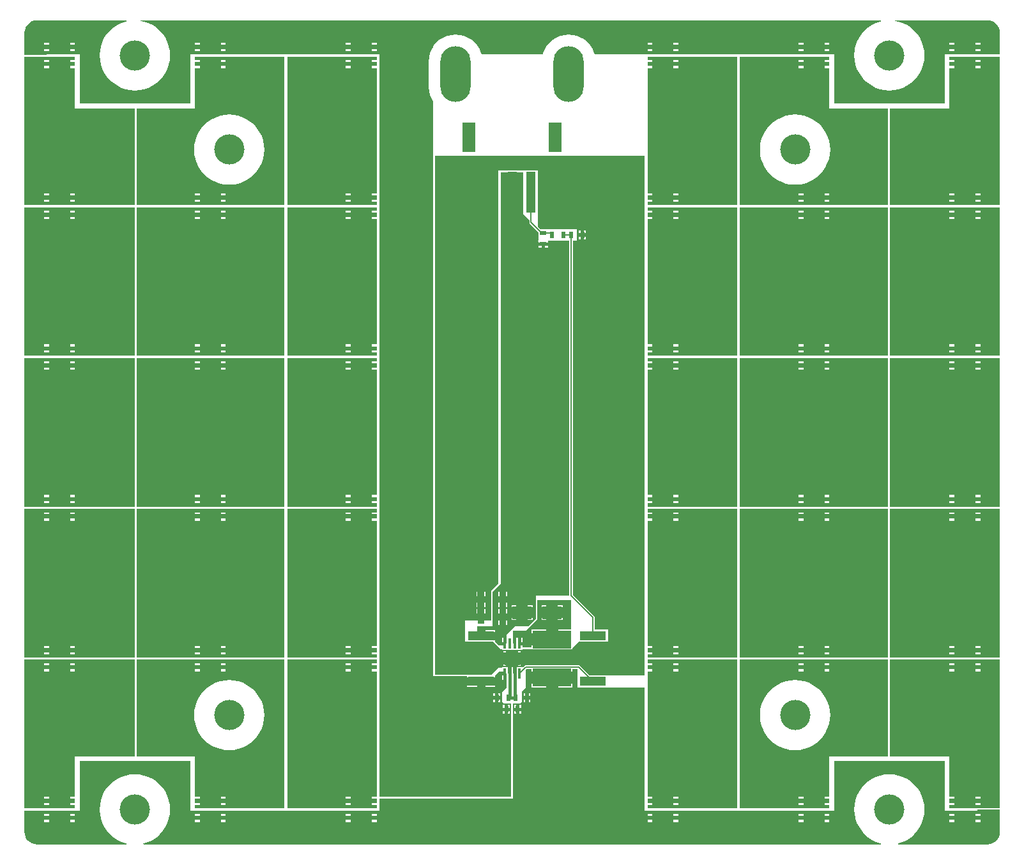
<source format=gtl>
%FSLAX25Y25*%
%MOIN*%
G70*
G01*
G75*
G04 Layer_Physical_Order=1*
G04 Layer_Color=255*
%ADD10R,0.13386X0.04724*%
%ADD11R,0.03543X0.02362*%
%ADD12R,0.03543X0.07087*%
%ADD13R,0.02362X0.03543*%
%ADD14R,0.09843X0.06693*%
%ADD15R,0.20079X0.09252*%
%ADD16R,0.11024X0.04921*%
%ADD17R,0.01378X0.02165*%
%ADD18R,0.01772X0.05315*%
%ADD19R,0.07874X0.06693*%
%ADD20R,0.07087X0.15354*%
%ADD21R,0.05118X0.21654*%
%ADD22C,0.00591*%
%ADD23C,0.01772*%
%ADD24C,0.01181*%
%ADD25C,0.15748*%
%ADD26O,0.15748X0.29134*%
G36*
X-70670Y115748D02*
X-73228D01*
Y114764D01*
X-70670D01*
Y112598D01*
X-73228D01*
Y111417D01*
X-70670D01*
Y46063D01*
X-73228D01*
Y44882D01*
X-70670D01*
Y42717D01*
X-73228D01*
Y41732D01*
X-70670D01*
Y39961D01*
X-72047D01*
Y39961D01*
X-85433D01*
Y39961D01*
X-117323D01*
Y117520D01*
X-70670D01*
Y115748D01*
D02*
G37*
G36*
X254501Y39960D02*
X242913D01*
Y39961D01*
X229528D01*
Y39960D01*
X197039D01*
Y111810D01*
Y117519D01*
X254501D01*
Y39960D01*
D02*
G37*
G36*
X-118898Y115551D02*
Y39961D01*
X-196063D01*
Y114764D01*
Y117520D01*
X-118898D01*
Y115551D01*
D02*
G37*
G36*
X117323Y39961D02*
X85433D01*
Y39961D01*
X72047D01*
Y39961D01*
X70670D01*
Y41732D01*
X73228D01*
Y42717D01*
X70670D01*
Y44882D01*
X73228D01*
Y46063D01*
X70670D01*
Y111417D01*
X73228D01*
Y112598D01*
X70670D01*
Y114764D01*
X73228D01*
Y115748D01*
X70670D01*
Y117520D01*
X117323D01*
Y39961D01*
D02*
G37*
G36*
X-118898Y36811D02*
Y-38780D01*
X-196063D01*
Y36024D01*
Y38780D01*
X-164173D01*
Y38780D01*
X-150787D01*
Y38780D01*
X-118898D01*
Y36811D01*
D02*
G37*
G36*
X117323Y-38780D02*
X85433D01*
Y-38780D01*
X72047D01*
Y-38780D01*
X70670D01*
Y-37008D01*
X73228D01*
Y-36024D01*
X70670D01*
Y-33858D01*
X73228D01*
Y-32677D01*
X70670D01*
Y32677D01*
X73228D01*
Y33858D01*
X70670D01*
Y36024D01*
X73228D01*
Y37008D01*
X70670D01*
Y38779D01*
X117323D01*
Y-38780D01*
D02*
G37*
G36*
X-197039Y111810D02*
Y39960D01*
X-229528D01*
Y39961D01*
X-242913D01*
Y39960D01*
X-254501D01*
Y117519D01*
X-197039D01*
Y111810D01*
D02*
G37*
G36*
X196063Y36024D02*
Y-38780D01*
X118898D01*
Y36811D01*
Y38780D01*
X150787D01*
Y38780D01*
X164173D01*
Y38780D01*
X196063D01*
Y36024D01*
D02*
G37*
G36*
X165551Y194488D02*
X162992D01*
Y193504D01*
X165551D01*
Y191339D01*
X162992D01*
Y190157D01*
X165551D01*
Y169193D01*
X196063D01*
Y118701D01*
X118898D01*
Y196260D01*
X165551D01*
Y194488D01*
D02*
G37*
G36*
X117323Y118701D02*
X70670D01*
Y120472D01*
X73228D01*
Y121457D01*
X70670D01*
Y123622D01*
X73228D01*
Y124803D01*
X70670D01*
Y190157D01*
X73228D01*
Y191339D01*
X70670D01*
Y193504D01*
X73228D01*
Y194488D01*
X70670D01*
Y196260D01*
X117323D01*
Y118701D01*
D02*
G37*
G36*
X249295Y215014D02*
X250510Y214646D01*
X251630Y214047D01*
X252612Y213242D01*
X253417Y212260D01*
X254016Y211140D01*
X254384Y209925D01*
X254506Y208689D01*
X254501Y208661D01*
Y197441D01*
X225689D01*
Y171653D01*
X168012D01*
Y197441D01*
X43003D01*
X42861Y198033D01*
X42358Y199248D01*
X42019Y200066D01*
X40870Y201941D01*
X39441Y203614D01*
X37768Y205043D01*
X36622Y205745D01*
X35892Y206192D01*
X33860Y207034D01*
X31721Y207548D01*
X29528Y207720D01*
X27334Y207548D01*
X25195Y207034D01*
X23163Y206192D01*
X22433Y205745D01*
X21287Y205043D01*
X19614Y203614D01*
X18185Y201941D01*
X17036Y200066D01*
X16194Y198033D01*
X16052Y197441D01*
X-16052D01*
X-16194Y198033D01*
X-17036Y200066D01*
X-18185Y201941D01*
X-19614Y203614D01*
X-21287Y205043D01*
X-22433Y205745D01*
X-23163Y206192D01*
X-25195Y207034D01*
X-27334Y207548D01*
X-29528Y207720D01*
X-31721Y207548D01*
X-33860Y207034D01*
X-35892Y206192D01*
X-36622Y205745D01*
X-37768Y205043D01*
X-39441Y203614D01*
X-40870Y201941D01*
X-41339Y201176D01*
X-42019Y200066D01*
X-42861Y198033D01*
X-43374Y195894D01*
X-43547Y193701D01*
Y180315D01*
X-43374Y178122D01*
X-42861Y175983D01*
X-42019Y173950D01*
X-41339Y172840D01*
Y-127165D01*
X-40472D01*
X-40354Y-127214D01*
X-23425D01*
Y-127756D01*
X-8858D01*
Y-126969D01*
Y-126969D01*
X-6890Y-125000D01*
X-5315D01*
Y-125000D01*
X-3838D01*
Y-125885D01*
X-2953D01*
Y-129134D01*
X-2953D01*
Y-133268D01*
X-5217Y-135531D01*
X-5217Y-140650D01*
X-4232Y-141634D01*
X-591D01*
Y-147736D01*
Y-190256D01*
X-69193D01*
Y-147736D01*
Y197441D01*
X-168012D01*
Y171653D01*
X-225689D01*
Y197441D01*
X-242913D01*
Y197047D01*
X-254501D01*
Y197441D01*
Y208661D01*
X-254506Y208689D01*
X-254384Y209925D01*
X-254016Y211140D01*
X-253417Y212260D01*
X-252612Y213242D01*
X-251630Y214047D01*
X-250510Y214646D01*
X-249295Y215014D01*
X-248059Y215136D01*
X-248031Y215130D01*
X-201340D01*
X-201291Y214633D01*
X-201599Y214572D01*
X-203871Y213800D01*
X-206024Y212739D01*
X-208019Y211405D01*
X-209823Y209823D01*
X-211405Y208019D01*
X-212739Y206024D01*
X-213800Y203871D01*
X-214572Y201599D01*
X-215040Y199245D01*
X-215158Y197441D01*
X-215197Y196850D01*
X-215040Y194456D01*
X-214572Y192102D01*
X-213800Y189830D01*
X-212739Y187677D01*
X-211405Y185682D01*
X-209823Y183878D01*
X-208019Y182295D01*
X-206024Y180962D01*
X-203871Y179901D01*
X-201599Y179129D01*
X-199245Y178661D01*
X-196850Y178504D01*
X-194456Y178661D01*
X-192102Y179129D01*
X-189830Y179901D01*
X-187677Y180962D01*
X-185682Y182295D01*
X-183878Y183878D01*
X-182295Y185682D01*
X-180962Y187677D01*
X-179901Y189830D01*
X-179129Y192102D01*
X-178661Y194456D01*
X-178504Y196850D01*
X-178543Y197441D01*
X-178661Y199245D01*
X-179129Y201599D01*
X-179901Y203871D01*
X-180962Y206024D01*
X-182295Y208019D01*
X-183878Y209823D01*
X-185682Y211405D01*
X-187677Y212739D01*
X-189830Y213800D01*
X-192102Y214572D01*
X-194456Y215040D01*
X-194453Y215130D01*
X192361D01*
X192410Y214633D01*
X192102Y214572D01*
X189830Y213800D01*
X187677Y212739D01*
X185682Y211405D01*
X183878Y209823D01*
X182295Y208019D01*
X180962Y206024D01*
X179901Y203871D01*
X179129Y201599D01*
X179079Y201349D01*
X178901Y200450D01*
X178661Y199245D01*
X178543Y197441D01*
X178504Y196850D01*
X178661Y194456D01*
X179129Y192102D01*
X179901Y189830D01*
X180962Y187677D01*
X182295Y185682D01*
X183878Y183878D01*
X185682Y182295D01*
X187677Y180962D01*
X189830Y179901D01*
X192102Y179129D01*
X194456Y178661D01*
X196850Y178504D01*
X199245Y178661D01*
X201599Y179129D01*
X203871Y179901D01*
X206024Y180962D01*
X208019Y182295D01*
X209823Y183878D01*
X211405Y185682D01*
X212739Y187677D01*
X213800Y189830D01*
X214572Y192102D01*
X215040Y194456D01*
X215197Y196850D01*
X215158Y197441D01*
X215040Y199245D01*
X214572Y201599D01*
X213800Y203871D01*
X212739Y206024D01*
X211405Y208019D01*
X209823Y209823D01*
X208019Y211405D01*
X206024Y212739D01*
X203871Y213800D01*
X201599Y214572D01*
X199245Y215040D01*
X199248Y215130D01*
X248031D01*
X248059Y215136D01*
X249295Y215014D01*
D02*
G37*
G36*
X254501Y118701D02*
X197047D01*
Y169193D01*
X228150D01*
Y190157D01*
X230709D01*
Y191339D01*
X228150D01*
Y193504D01*
X230709D01*
Y194488D01*
X228150D01*
Y196260D01*
X254501D01*
Y118701D01*
D02*
G37*
G36*
X-228150Y194488D02*
X-230709D01*
Y193504D01*
X-228150D01*
Y191339D01*
X-230709D01*
Y190157D01*
X-228150D01*
Y169193D01*
X-197047D01*
Y118701D01*
X-254501D01*
Y196260D01*
X-228150D01*
Y194488D01*
D02*
G37*
G36*
X196063Y114764D02*
Y39961D01*
X118898D01*
Y115551D01*
Y117520D01*
X196063D01*
Y114764D01*
D02*
G37*
G36*
X-70670Y194488D02*
X-73228D01*
Y193504D01*
X-70670D01*
Y191339D01*
X-73228D01*
Y190157D01*
X-70670D01*
Y124803D01*
X-73228D01*
Y123622D01*
X-70670D01*
Y121457D01*
X-73228D01*
Y120472D01*
X-70670D01*
Y118701D01*
X-117323D01*
Y196260D01*
X-70670D01*
Y194488D01*
D02*
G37*
G36*
X-118898Y118701D02*
X-196063D01*
Y169193D01*
X-165551D01*
Y190157D01*
X-162992D01*
Y191339D01*
X-165551D01*
Y193504D01*
X-162992D01*
Y194488D01*
X-165551D01*
Y196260D01*
X-118898D01*
Y118701D01*
D02*
G37*
G36*
X-70670Y37008D02*
X-73228D01*
Y36024D01*
X-70670D01*
Y33858D01*
X-73228D01*
Y32677D01*
X-70670D01*
Y-32677D01*
X-73228D01*
Y-33858D01*
X-70670D01*
Y-36024D01*
X-73228D01*
Y-37008D01*
X-70670D01*
Y-38780D01*
X-72047D01*
Y-38780D01*
X-85433D01*
Y-38780D01*
X-117323D01*
Y38779D01*
X-70670D01*
Y37008D01*
D02*
G37*
G36*
X117323Y-196260D02*
X70670D01*
Y-194488D01*
X73228D01*
Y-193504D01*
X70670D01*
Y-191339D01*
X73228D01*
Y-190157D01*
X70670D01*
Y-124803D01*
X73228D01*
Y-123622D01*
X70670D01*
Y-121457D01*
X73228D01*
Y-120472D01*
X70670D01*
Y-118701D01*
X72047D01*
Y-118701D01*
X85433D01*
Y-118701D01*
X117323D01*
Y-196260D01*
D02*
G37*
G36*
X-70670Y-120472D02*
X-73228D01*
Y-121457D01*
X-70670D01*
Y-123622D01*
X-73228D01*
Y-124803D01*
X-70670D01*
Y-190157D01*
X-73228D01*
Y-191339D01*
X-70670D01*
Y-193504D01*
X-73228D01*
Y-194488D01*
X-70670D01*
Y-196260D01*
X-117323D01*
Y-118701D01*
X-85433D01*
Y-118701D01*
X-72047D01*
Y-118701D01*
X-70670D01*
Y-120472D01*
D02*
G37*
G36*
X254501Y-196260D02*
X228150D01*
Y-194488D01*
X230709D01*
Y-193504D01*
X228150D01*
Y-191339D01*
X230709D01*
Y-190157D01*
X228150D01*
Y-169193D01*
X197047D01*
Y-118701D01*
X229528D01*
Y-118701D01*
X242913D01*
Y-118701D01*
X254501D01*
Y-196260D01*
D02*
G37*
G36*
X196063Y-169193D02*
X165551D01*
Y-190157D01*
X162992D01*
Y-191339D01*
X165551D01*
Y-193504D01*
X162992D01*
Y-194488D01*
X165551D01*
Y-196260D01*
X118898D01*
Y-118701D01*
X150787D01*
Y-118701D01*
X164173D01*
Y-118701D01*
X196063D01*
Y-169193D01*
D02*
G37*
G36*
X34252Y-133268D02*
X69193D01*
Y-191240D01*
Y-197441D01*
X72047D01*
Y-197441D01*
X85433D01*
Y-197441D01*
X150787D01*
Y-197441D01*
X164173D01*
Y-197441D01*
X168012D01*
Y-171653D01*
X225689D01*
Y-197441D01*
X229528D01*
Y-197441D01*
X242913D01*
Y-197047D01*
X254501D01*
Y-208661D01*
X254506Y-208689D01*
X254384Y-209925D01*
X254016Y-211140D01*
X253417Y-212260D01*
X252612Y-213242D01*
X251630Y-214047D01*
X250510Y-214646D01*
X249295Y-215014D01*
X248059Y-215136D01*
X248031Y-215130D01*
X201340D01*
X201291Y-214633D01*
X201599Y-214572D01*
X203871Y-213800D01*
X206024Y-212739D01*
X208019Y-211405D01*
X209823Y-209823D01*
X211405Y-208019D01*
X212739Y-206024D01*
X213800Y-203871D01*
X214572Y-201599D01*
X215040Y-199245D01*
X215158Y-197441D01*
X215197Y-196850D01*
X215040Y-194456D01*
X214572Y-192102D01*
X213800Y-189830D01*
X212739Y-187677D01*
X211405Y-185682D01*
X209823Y-183878D01*
X208019Y-182295D01*
X206024Y-180962D01*
X203871Y-179901D01*
X201599Y-179129D01*
X199245Y-178661D01*
X196850Y-178504D01*
X194456Y-178661D01*
X192102Y-179129D01*
X189830Y-179901D01*
X187677Y-180962D01*
X185682Y-182295D01*
X183878Y-183878D01*
X182295Y-185682D01*
X180962Y-187677D01*
X179901Y-189830D01*
X179129Y-192102D01*
X178661Y-194456D01*
X178504Y-196850D01*
X178661Y-199245D01*
X179079Y-201349D01*
D01*
X179129Y-201599D01*
X179901Y-203871D01*
X180962Y-206024D01*
X182295Y-208019D01*
X183878Y-209823D01*
X185682Y-211405D01*
X187677Y-212739D01*
X189830Y-213800D01*
X192102Y-214572D01*
X192410Y-214633D01*
X192361Y-215130D01*
X-192361D01*
X-192410Y-214633D01*
X-192102Y-214572D01*
X-189830Y-213800D01*
X-187677Y-212739D01*
X-185682Y-211405D01*
X-183878Y-209823D01*
X-182295Y-208019D01*
X-180962Y-206024D01*
X-179901Y-203871D01*
X-179129Y-201599D01*
X-178661Y-199245D01*
X-178543Y-197441D01*
X-178504Y-196850D01*
X-178661Y-194456D01*
X-179129Y-192102D01*
X-179901Y-189830D01*
X-180962Y-187677D01*
X-182295Y-185682D01*
X-183878Y-183878D01*
X-185682Y-182295D01*
X-187677Y-180962D01*
X-189830Y-179901D01*
X-192102Y-179129D01*
X-194456Y-178661D01*
X-196850Y-178504D01*
X-199245Y-178661D01*
X-201599Y-179129D01*
X-203871Y-179901D01*
X-206024Y-180962D01*
X-208019Y-182295D01*
X-209823Y-183878D01*
X-211405Y-185682D01*
X-212739Y-187677D01*
X-213800Y-189830D01*
X-214572Y-192102D01*
X-215040Y-194456D01*
X-215197Y-196850D01*
X-215158Y-197441D01*
X-215040Y-199245D01*
X-214572Y-201599D01*
X-213800Y-203871D01*
X-212739Y-206024D01*
X-211405Y-208019D01*
X-209823Y-209823D01*
X-208019Y-211405D01*
X-206024Y-212739D01*
X-203871Y-213800D01*
X-201599Y-214572D01*
X-201291Y-214633D01*
X-201340Y-215130D01*
X-248031D01*
X-248059Y-215136D01*
X-249295Y-215014D01*
X-250510Y-214646D01*
X-251630Y-214047D01*
X-252612Y-213242D01*
X-253417Y-212260D01*
X-254016Y-211140D01*
X-254384Y-209925D01*
X-254506Y-208689D01*
X-254501Y-208661D01*
Y-197441D01*
X-242913D01*
Y-197441D01*
X-229528D01*
Y-197441D01*
X-225689D01*
Y-171653D01*
X-168012D01*
Y-197441D01*
X-164173D01*
Y-197441D01*
X-150787D01*
Y-197441D01*
X-85433D01*
Y-197441D01*
X-72047D01*
Y-197441D01*
X-69193D01*
Y-191240D01*
X463D01*
X401Y-147343D01*
X394D01*
Y-141634D01*
X4035D01*
X5020Y-140650D01*
Y-135138D01*
X7087Y-133071D01*
Y-123915D01*
X7559Y-123442D01*
X10236D01*
Y-124902D01*
X31496D01*
Y-123442D01*
X34252D01*
Y-133268D01*
D02*
G37*
G36*
X69095Y-126969D02*
X40451D01*
X35383Y-121901D01*
X35090Y-121705D01*
X34744Y-121636D01*
X7185D01*
X6839Y-121705D01*
X6546Y-121901D01*
X5809Y-122638D01*
X2165D01*
Y-125887D01*
X394D01*
Y-122638D01*
X-394D01*
Y-125887D01*
X-2165D01*
Y-122638D01*
X-5315D01*
Y-123031D01*
X-7087D01*
X-10630Y-126575D01*
X-40354D01*
Y144390D01*
X69095D01*
Y-126969D01*
D02*
G37*
G36*
X-118898Y-196260D02*
X-165551D01*
Y-194488D01*
X-162992D01*
Y-193504D01*
X-165551D01*
Y-191339D01*
X-162992D01*
Y-190157D01*
X-165551D01*
Y-169193D01*
X-196063D01*
Y-118701D01*
X-164173D01*
Y-118701D01*
X-150787D01*
Y-118701D01*
X-118898D01*
Y-196260D01*
D02*
G37*
G36*
X-197047Y-169193D02*
X-228150D01*
Y-190157D01*
X-230709D01*
Y-191339D01*
X-228150D01*
Y-193504D01*
X-230709D01*
Y-194488D01*
X-228150D01*
Y-196260D01*
X-254501D01*
Y-118701D01*
X-242913D01*
Y-118701D01*
X-229528D01*
Y-118701D01*
X-197047D01*
Y-169193D01*
D02*
G37*
G36*
X117323Y-117520D02*
X70670D01*
Y-115748D01*
X73228D01*
Y-114764D01*
X70670D01*
Y-112598D01*
X73228D01*
Y-111417D01*
X70670D01*
Y-46063D01*
X73228D01*
Y-44882D01*
X70670D01*
Y-42717D01*
X73228D01*
Y-41732D01*
X70670D01*
Y-39961D01*
X72047D01*
Y-39961D01*
X85433D01*
Y-39961D01*
X117323D01*
Y-117520D01*
D02*
G37*
G36*
X-70670Y-41732D02*
X-73228D01*
Y-42717D01*
X-70670D01*
Y-44882D01*
X-73228D01*
Y-46063D01*
X-70670D01*
Y-111417D01*
X-73228D01*
Y-112598D01*
X-70670D01*
Y-114764D01*
X-73228D01*
Y-115748D01*
X-70670D01*
Y-117520D01*
X-117323D01*
Y-39961D01*
X-85433D01*
Y-39961D01*
X-72047D01*
Y-39961D01*
X-70670D01*
Y-41732D01*
D02*
G37*
G36*
X254501Y-38781D02*
X242913D01*
Y-38780D01*
X229528D01*
Y-38781D01*
X197039D01*
Y33070D01*
Y38778D01*
X254501D01*
Y-38781D01*
D02*
G37*
G36*
X-197039Y33070D02*
Y-38781D01*
X-229528D01*
Y-38780D01*
X-242913D01*
Y-38781D01*
X-254501D01*
Y38778D01*
X-197039D01*
Y33070D01*
D02*
G37*
G36*
X254501Y-117521D02*
X242913D01*
Y-117520D01*
X229528D01*
Y-117521D01*
X197039D01*
Y-45670D01*
Y-39962D01*
X254501D01*
Y-117521D01*
D02*
G37*
G36*
X-197039Y-45670D02*
Y-117521D01*
X-229528D01*
Y-117520D01*
X-242913D01*
Y-117521D01*
X-254501D01*
Y-39962D01*
X-197039D01*
Y-45670D01*
D02*
G37*
G36*
X196063Y-42717D02*
Y-117520D01*
X118898D01*
Y-41929D01*
Y-39961D01*
X196063D01*
Y-42717D01*
D02*
G37*
G36*
X-118898Y-41929D02*
Y-117520D01*
X-196063D01*
Y-42717D01*
Y-39961D01*
X-118898D01*
Y-41929D01*
D02*
G37*
%LPC*%
G36*
X-228150Y203543D02*
X-230709D01*
Y202362D01*
X-228150D01*
Y203543D01*
D02*
G37*
G36*
X-162992D02*
X-165551D01*
Y202362D01*
X-162992D01*
Y203543D01*
D02*
G37*
G36*
X-241732Y-114764D02*
X-244291D01*
Y-115748D01*
X-241732D01*
Y-114764D01*
D02*
G37*
G36*
Y203543D02*
X-244291D01*
Y202362D01*
X-241732D01*
Y203543D01*
D02*
G37*
G36*
X-70669D02*
X-73228D01*
Y202362D01*
X-70669D01*
Y203543D01*
D02*
G37*
G36*
X73228D02*
X70669D01*
Y202362D01*
X73228D01*
Y203543D01*
D02*
G37*
G36*
X-149409D02*
X-151969D01*
Y202362D01*
X-149409D01*
Y203543D01*
D02*
G37*
G36*
X-84252D02*
X-86811D01*
Y202362D01*
X-84252D01*
Y203543D01*
D02*
G37*
G36*
X-228150Y-114764D02*
X-230709D01*
Y-115748D01*
X-228150D01*
Y-114764D01*
D02*
G37*
G36*
X165551D02*
X162992D01*
Y-115748D01*
X165551D01*
Y-114764D01*
D02*
G37*
G36*
X151969D02*
X149409D01*
Y-115748D01*
X151969D01*
Y-114764D01*
D02*
G37*
G36*
X244291D02*
X241732D01*
Y-115748D01*
X244291D01*
Y-114764D01*
D02*
G37*
G36*
X230709D02*
X228150D01*
Y-115748D01*
X230709D01*
Y-114764D01*
D02*
G37*
G36*
X-149409D02*
X-151969D01*
Y-115748D01*
X-149409D01*
Y-114764D01*
D02*
G37*
G36*
X-162992D02*
X-165551D01*
Y-115748D01*
X-162992D01*
Y-114764D01*
D02*
G37*
G36*
X86811D02*
X84252D01*
Y-115748D01*
X86811D01*
Y-114764D01*
D02*
G37*
G36*
X-84252D02*
X-86811D01*
Y-115748D01*
X-84252D01*
Y-114764D01*
D02*
G37*
G36*
X-228150Y-120472D02*
X-230709D01*
Y-121457D01*
X-228150D01*
Y-120472D01*
D02*
G37*
G36*
X-241732D02*
X-244291D01*
Y-121457D01*
X-241732D01*
Y-120472D01*
D02*
G37*
G36*
X-149409D02*
X-151969D01*
Y-121457D01*
X-149409D01*
Y-120472D01*
D02*
G37*
G36*
X-162992D02*
X-165551D01*
Y-121457D01*
X-162992D01*
Y-120472D01*
D02*
G37*
G36*
X244291Y-123622D02*
X241732D01*
Y-124803D01*
X244291D01*
Y-123622D01*
D02*
G37*
G36*
X230709D02*
X228150D01*
Y-124803D01*
X230709D01*
Y-123622D01*
D02*
G37*
G36*
X4528Y-121260D02*
X3150D01*
Y-122047D01*
X4528D01*
Y-121260D01*
D02*
G37*
G36*
X-3150D02*
X-4528D01*
Y-122047D01*
X-3150D01*
Y-121260D01*
D02*
G37*
G36*
X-84252Y-120472D02*
X-86811D01*
Y-121457D01*
X-84252D01*
Y-120472D01*
D02*
G37*
G36*
X165551Y203543D02*
X162992D01*
Y202362D01*
X165551D01*
Y203543D01*
D02*
G37*
G36*
X244291Y-120472D02*
X241732D01*
Y-121457D01*
X244291D01*
Y-120472D01*
D02*
G37*
G36*
X86811Y203543D02*
X84252D01*
Y202362D01*
X86811D01*
Y203543D01*
D02*
G37*
G36*
X151969D02*
X149409D01*
Y202362D01*
X151969D01*
Y203543D01*
D02*
G37*
G36*
Y-120472D02*
X149409D01*
Y-121457D01*
X151969D01*
Y-120472D01*
D02*
G37*
G36*
X86811D02*
X84252D01*
Y-121457D01*
X86811D01*
Y-120472D01*
D02*
G37*
G36*
X230709D02*
X228150D01*
Y-121457D01*
X230709D01*
Y-120472D01*
D02*
G37*
G36*
X165551D02*
X162992D01*
Y-121457D01*
X165551D01*
Y-120472D01*
D02*
G37*
G36*
X-149409Y-44882D02*
X-151969D01*
Y-46063D01*
X-149409D01*
Y-44882D01*
D02*
G37*
G36*
X-162992D02*
X-165551D01*
Y-46063D01*
X-162992D01*
Y-44882D01*
D02*
G37*
G36*
X86811D02*
X84252D01*
Y-46063D01*
X86811D01*
Y-44882D01*
D02*
G37*
G36*
X-84252D02*
X-86811D01*
Y-46063D01*
X-84252D01*
Y-44882D01*
D02*
G37*
G36*
X-13976Y-83071D02*
X-14567D01*
Y-85433D01*
X-13976D01*
Y-83071D01*
D02*
G37*
G36*
X-18110D02*
X-18701D01*
Y-85433D01*
X-18110D01*
Y-83071D01*
D02*
G37*
G36*
X-228150Y-44882D02*
X-230709D01*
Y-46063D01*
X-228150D01*
Y-44882D01*
D02*
G37*
G36*
X-241732D02*
X-244291D01*
Y-46063D01*
X-241732D01*
Y-44882D01*
D02*
G37*
G36*
X151969D02*
X149409D01*
Y-46063D01*
X151969D01*
Y-44882D01*
D02*
G37*
G36*
X-162992Y-41732D02*
X-165551D01*
Y-42717D01*
X-162992D01*
Y-41732D01*
D02*
G37*
G36*
X-228150D02*
X-230709D01*
Y-42717D01*
X-228150D01*
Y-41732D01*
D02*
G37*
G36*
X-84252D02*
X-86811D01*
Y-42717D01*
X-84252D01*
Y-41732D01*
D02*
G37*
G36*
X-149409D02*
X-151969D01*
Y-42717D01*
X-149409D01*
Y-41732D01*
D02*
G37*
G36*
X230709Y-44882D02*
X228150D01*
Y-46063D01*
X230709D01*
Y-44882D01*
D02*
G37*
G36*
X165551D02*
X162992D01*
Y-46063D01*
X165551D01*
Y-44882D01*
D02*
G37*
G36*
X-241732Y-41732D02*
X-244291D01*
Y-42717D01*
X-241732D01*
Y-41732D01*
D02*
G37*
G36*
X244291Y-44882D02*
X241732D01*
Y-46063D01*
X244291D01*
Y-44882D01*
D02*
G37*
G36*
X-162992Y-111417D02*
X-165551D01*
Y-112598D01*
X-162992D01*
Y-111417D01*
D02*
G37*
G36*
X-228150D02*
X-230709D01*
Y-112598D01*
X-228150D01*
Y-111417D01*
D02*
G37*
G36*
X-84252D02*
X-86811D01*
Y-112598D01*
X-84252D01*
Y-111417D01*
D02*
G37*
G36*
X-149409D02*
X-151969D01*
Y-112598D01*
X-149409D01*
Y-111417D01*
D02*
G37*
G36*
X4528Y-114173D02*
X3150D01*
Y-114961D01*
X4528D01*
Y-114173D01*
D02*
G37*
G36*
X-3150D02*
X-4528D01*
Y-114961D01*
X-3150D01*
Y-114173D01*
D02*
G37*
G36*
X-241732Y-111417D02*
X-244291D01*
Y-112598D01*
X-241732D01*
Y-111417D01*
D02*
G37*
G36*
X13386Y136811D02*
X-7185D01*
Y136811D01*
X-7187Y-78939D01*
X-10827Y-82579D01*
Y-98228D01*
X-24606D01*
Y-109252D01*
X-9843D01*
X-5906Y-113189D01*
X-5315D01*
Y-113583D01*
X5315D01*
Y-113386D01*
X30709D01*
X30709Y-113386D01*
X31496D01*
Y-112598D01*
X34843Y-109252D01*
X50000D01*
Y-102756D01*
X43029D01*
Y-96555D01*
X42960Y-96210D01*
X42765Y-95916D01*
X31612Y-84764D01*
Y100098D01*
X33858D01*
Y106201D01*
X14663D01*
X13386Y107478D01*
Y136811D01*
D02*
G37*
G36*
X86811Y-111417D02*
X84252D01*
Y-112598D01*
X86811D01*
Y-111417D01*
D02*
G37*
G36*
X-13976Y-92323D02*
X-14567D01*
Y-94685D01*
X-13976D01*
Y-92323D01*
D02*
G37*
G36*
X-18110D02*
X-18701D01*
Y-94685D01*
X-18110D01*
Y-92323D01*
D02*
G37*
G36*
X-13976Y-88976D02*
X-14567D01*
Y-91339D01*
X-13976D01*
Y-88976D01*
D02*
G37*
G36*
X-18110D02*
X-18701D01*
Y-91339D01*
X-18110D01*
Y-88976D01*
D02*
G37*
G36*
X165551Y-111417D02*
X162992D01*
Y-112598D01*
X165551D01*
Y-111417D01*
D02*
G37*
G36*
X151969D02*
X149409D01*
Y-112598D01*
X151969D01*
Y-111417D01*
D02*
G37*
G36*
X244291D02*
X241732D01*
Y-112598D01*
X244291D01*
Y-111417D01*
D02*
G37*
G36*
X230709D02*
X228150D01*
Y-112598D01*
X230709D01*
Y-111417D01*
D02*
G37*
G36*
X165551Y-123622D02*
X162992D01*
Y-124803D01*
X165551D01*
Y-123622D01*
D02*
G37*
G36*
X230709Y-199213D02*
X228150D01*
Y-200197D01*
X230709D01*
Y-199213D01*
D02*
G37*
G36*
X165551D02*
X162992D01*
Y-200197D01*
X165551D01*
Y-199213D01*
D02*
G37*
G36*
X-241732Y-193504D02*
X-244291D01*
Y-194488D01*
X-241732D01*
Y-193504D01*
D02*
G37*
G36*
X244291Y-199213D02*
X241732D01*
Y-200197D01*
X244291D01*
Y-199213D01*
D02*
G37*
G36*
X73228D02*
X70669D01*
Y-200197D01*
X73228D01*
Y-199213D01*
D02*
G37*
G36*
X-70669D02*
X-73228D01*
Y-200197D01*
X-70669D01*
Y-199213D01*
D02*
G37*
G36*
X151969D02*
X149409D01*
Y-200197D01*
X151969D01*
Y-199213D01*
D02*
G37*
G36*
X86811D02*
X84252D01*
Y-200197D01*
X86811D01*
Y-199213D01*
D02*
G37*
G36*
X-149409Y-193504D02*
X-151969D01*
Y-194488D01*
X-149409D01*
Y-193504D01*
D02*
G37*
G36*
Y-190157D02*
X-151969D01*
Y-191339D01*
X-149409D01*
Y-190157D01*
D02*
G37*
G36*
X-241732D02*
X-244291D01*
Y-191339D01*
X-241732D01*
Y-190157D01*
D02*
G37*
G36*
X86811D02*
X84252D01*
Y-191339D01*
X86811D01*
Y-190157D01*
D02*
G37*
G36*
X-84252D02*
X-86811D01*
Y-191339D01*
X-84252D01*
Y-190157D01*
D02*
G37*
G36*
X86811Y-193504D02*
X84252D01*
Y-194488D01*
X86811D01*
Y-193504D01*
D02*
G37*
G36*
X-84252D02*
X-86811D01*
Y-194488D01*
X-84252D01*
Y-193504D01*
D02*
G37*
G36*
X244291D02*
X241732D01*
Y-194488D01*
X244291D01*
Y-193504D01*
D02*
G37*
G36*
X151969D02*
X149409D01*
Y-194488D01*
X151969D01*
Y-193504D01*
D02*
G37*
G36*
X-70669Y-202362D02*
X-73228D01*
Y-203543D01*
X-70669D01*
Y-202362D01*
D02*
G37*
G36*
X-84252D02*
X-86811D01*
Y-203543D01*
X-84252D01*
Y-202362D01*
D02*
G37*
G36*
X86811D02*
X84252D01*
Y-203543D01*
X86811D01*
Y-202362D01*
D02*
G37*
G36*
X73228D02*
X70669D01*
Y-203543D01*
X73228D01*
Y-202362D01*
D02*
G37*
G36*
X-228150D02*
X-230709D01*
Y-203543D01*
X-228150D01*
Y-202362D01*
D02*
G37*
G36*
X-241732D02*
X-244291D01*
Y-203543D01*
X-241732D01*
Y-202362D01*
D02*
G37*
G36*
X-149409D02*
X-151969D01*
Y-203543D01*
X-149409D01*
Y-202362D01*
D02*
G37*
G36*
X-162992D02*
X-165551D01*
Y-203543D01*
X-162992D01*
Y-202362D01*
D02*
G37*
G36*
X151969D02*
X149409D01*
Y-203543D01*
X151969D01*
Y-202362D01*
D02*
G37*
G36*
X-162992Y-199213D02*
X-165551D01*
Y-200197D01*
X-162992D01*
Y-199213D01*
D02*
G37*
G36*
X-228150D02*
X-230709D01*
Y-200197D01*
X-228150D01*
Y-199213D01*
D02*
G37*
G36*
X-84252D02*
X-86811D01*
Y-200197D01*
X-84252D01*
Y-199213D01*
D02*
G37*
G36*
X-149409D02*
X-151969D01*
Y-200197D01*
X-149409D01*
Y-199213D01*
D02*
G37*
G36*
X230709Y-202362D02*
X228150D01*
Y-203543D01*
X230709D01*
Y-202362D01*
D02*
G37*
G36*
X165551D02*
X162992D01*
Y-203543D01*
X165551D01*
Y-202362D01*
D02*
G37*
G36*
X-241732Y-199213D02*
X-244291D01*
Y-200197D01*
X-241732D01*
Y-199213D01*
D02*
G37*
G36*
X244291Y-202362D02*
X241732D01*
Y-203543D01*
X244291D01*
Y-202362D01*
D02*
G37*
G36*
X-18307Y-132087D02*
X-23425D01*
Y-132874D01*
X-18307D01*
Y-132087D01*
D02*
G37*
G36*
X31496Y-131201D02*
X24016D01*
Y-133268D01*
X31496D01*
Y-131201D01*
D02*
G37*
G36*
X-4724Y-126772D02*
X-5315D01*
Y-129134D01*
X-4724D01*
Y-126772D01*
D02*
G37*
G36*
X-8858Y-132087D02*
X-13976D01*
Y-132874D01*
X-8858D01*
Y-132087D01*
D02*
G37*
G36*
X6890Y-136221D02*
X6004D01*
Y-137697D01*
X6890D01*
Y-136221D01*
D02*
G37*
G36*
X-6201D02*
X-7087D01*
Y-137697D01*
X-6201D01*
Y-136221D01*
D02*
G37*
G36*
X17717Y-131201D02*
X10236D01*
Y-133268D01*
X17717D01*
Y-131201D01*
D02*
G37*
G36*
X9547Y-136221D02*
X8661D01*
Y-137697D01*
X9547D01*
Y-136221D01*
D02*
G37*
G36*
X244291Y203543D02*
X241732D01*
Y202362D01*
X244291D01*
Y203543D01*
D02*
G37*
G36*
X-84252Y-123622D02*
X-86811D01*
Y-124803D01*
X-84252D01*
Y-123622D01*
D02*
G37*
G36*
X-149409D02*
X-151969D01*
Y-124803D01*
X-149409D01*
Y-123622D01*
D02*
G37*
G36*
X151969D02*
X149409D01*
Y-124803D01*
X151969D01*
Y-123622D01*
D02*
G37*
G36*
X86811D02*
X84252D01*
Y-124803D01*
X86811D01*
Y-123622D01*
D02*
G37*
G36*
X-241732D02*
X-244291D01*
Y-124803D01*
X-241732D01*
Y-123622D01*
D02*
G37*
G36*
X230709Y203543D02*
X228150D01*
Y202362D01*
X230709D01*
Y203543D01*
D02*
G37*
G36*
X-162992Y-123622D02*
X-165551D01*
Y-124803D01*
X-162992D01*
Y-123622D01*
D02*
G37*
G36*
X-228150D02*
X-230709D01*
Y-124803D01*
X-228150D01*
Y-123622D01*
D02*
G37*
G36*
X-1280Y-145571D02*
X-2165D01*
Y-147047D01*
X-1280D01*
Y-145571D01*
D02*
G37*
G36*
X-3937D02*
X-4823D01*
Y-147047D01*
X-3937D01*
Y-145571D01*
D02*
G37*
G36*
X4626D02*
X3740D01*
Y-147047D01*
X4626D01*
Y-146989D01*
Y-145571D01*
D02*
G37*
G36*
X1969D02*
X1083D01*
Y-147047D01*
X1969D01*
Y-145571D01*
D02*
G37*
G36*
X244291Y-190157D02*
X241732D01*
Y-191339D01*
X244291D01*
Y-190157D01*
D02*
G37*
G36*
X151969D02*
X149409D01*
Y-191339D01*
X151969D01*
Y-190157D01*
D02*
G37*
G36*
X147638Y-129291D02*
X145243Y-129448D01*
X142889Y-129917D01*
X140617Y-130688D01*
X138465Y-131749D01*
X136469Y-133083D01*
X134665Y-134665D01*
X133083Y-136469D01*
X131749Y-138465D01*
X130688Y-140617D01*
X129917Y-142889D01*
X129448Y-145243D01*
X129291Y-147638D01*
X129448Y-150032D01*
X129917Y-152386D01*
X130688Y-154659D01*
X131749Y-156811D01*
X133083Y-158806D01*
X134665Y-160611D01*
X136469Y-162193D01*
X138465Y-163526D01*
X140617Y-164588D01*
X142889Y-165359D01*
X145243Y-165827D01*
X147638Y-165984D01*
X150032Y-165827D01*
X152386Y-165359D01*
X154659Y-164588D01*
X156811Y-163526D01*
X158806Y-162193D01*
X160611Y-160611D01*
X162193Y-158806D01*
X163526Y-156811D01*
X164588Y-154659D01*
X165359Y-152386D01*
X165827Y-150032D01*
X165984Y-147638D01*
X165827Y-145243D01*
X165359Y-142889D01*
X164588Y-140617D01*
X163526Y-138465D01*
X162193Y-136469D01*
X160611Y-134665D01*
X158806Y-133083D01*
X156811Y-131749D01*
X154659Y-130688D01*
X152386Y-129917D01*
X150032Y-129448D01*
X147638Y-129291D01*
D02*
G37*
G36*
X-147638D02*
X-150032Y-129448D01*
X-152386Y-129917D01*
X-154659Y-130688D01*
X-156811Y-131749D01*
X-158806Y-133083D01*
X-160611Y-134665D01*
X-162193Y-136469D01*
X-163526Y-138465D01*
X-164588Y-140617D01*
X-165359Y-142889D01*
X-165827Y-145243D01*
X-165984Y-147638D01*
X-165827Y-150032D01*
X-165359Y-152386D01*
X-164588Y-154659D01*
X-163526Y-156811D01*
X-162193Y-158806D01*
X-160611Y-160611D01*
X-158806Y-162193D01*
X-156811Y-163526D01*
X-154659Y-164588D01*
X-152386Y-165359D01*
X-150032Y-165827D01*
X-147638Y-165984D01*
X-145243Y-165827D01*
X-142889Y-165359D01*
X-140617Y-164588D01*
X-138465Y-163526D01*
X-136469Y-162193D01*
X-134665Y-160611D01*
X-133083Y-158806D01*
X-131749Y-156811D01*
X-130688Y-154659D01*
X-129917Y-152386D01*
X-129448Y-150032D01*
X-129291Y-147638D01*
X-129448Y-145243D01*
X-129917Y-142889D01*
X-130688Y-140617D01*
X-131749Y-138465D01*
X-133083Y-136469D01*
X-134665Y-134665D01*
X-136469Y-133083D01*
X-138465Y-131749D01*
X-140617Y-130688D01*
X-142889Y-129917D01*
X-145243Y-129448D01*
X-147638Y-129291D01*
D02*
G37*
G36*
X-3937Y-142323D02*
X-4823D01*
Y-143799D01*
X-3937D01*
Y-142323D01*
D02*
G37*
G36*
X6890Y-139469D02*
X6004D01*
Y-140945D01*
X6890D01*
Y-139469D01*
D02*
G37*
G36*
X-6201D02*
X-7087D01*
Y-140945D01*
X-6201D01*
Y-139469D01*
D02*
G37*
G36*
X-8858Y-136221D02*
X-9744D01*
Y-137697D01*
X-8858D01*
Y-136221D01*
D02*
G37*
G36*
X9547Y-139469D02*
X8661D01*
Y-140945D01*
X9547D01*
Y-139469D01*
D02*
G37*
G36*
X1969Y-142323D02*
X1083D01*
Y-143799D01*
X1969D01*
Y-142323D01*
D02*
G37*
G36*
X-1280D02*
X-2165D01*
Y-143799D01*
X-1280D01*
Y-142323D01*
D02*
G37*
G36*
X-8858Y-139469D02*
X-9744D01*
Y-140945D01*
X-8858D01*
Y-139469D01*
D02*
G37*
G36*
X4626Y-142323D02*
X3740D01*
Y-143799D01*
X4626D01*
Y-142504D01*
Y-142323D01*
D02*
G37*
G36*
X-241732Y112598D02*
X-244291D01*
Y111417D01*
X-241732D01*
Y112598D01*
D02*
G37*
G36*
X38386Y105512D02*
X37500D01*
Y104035D01*
X38386D01*
Y105512D01*
D02*
G37*
G36*
X-162992Y112598D02*
X-165551D01*
Y111417D01*
X-162992D01*
Y112598D01*
D02*
G37*
G36*
X-228150D02*
X-230709D01*
Y111417D01*
X-228150D01*
Y112598D01*
D02*
G37*
G36*
X35728Y105512D02*
X34843D01*
Y104035D01*
X35728D01*
Y105512D01*
D02*
G37*
G36*
X244291Y46063D02*
X241732D01*
Y44882D01*
X244291D01*
Y46063D01*
D02*
G37*
G36*
X230709D02*
X228150D01*
Y44882D01*
X230709D01*
Y46063D01*
D02*
G37*
G36*
X38386Y102264D02*
X37500D01*
Y100787D01*
X38386D01*
Y102264D01*
D02*
G37*
G36*
X35728D02*
X34843D01*
Y100787D01*
X35728D01*
Y102264D01*
D02*
G37*
G36*
X-149409Y112598D02*
X-151969D01*
Y111417D01*
X-149409D01*
Y112598D01*
D02*
G37*
G36*
X-241732Y115748D02*
X-244291D01*
Y114764D01*
X-241732D01*
Y115748D01*
D02*
G37*
G36*
X244291Y112598D02*
X241732D01*
Y111417D01*
X244291D01*
Y112598D01*
D02*
G37*
G36*
X-162992Y115748D02*
X-165551D01*
Y114764D01*
X-162992D01*
Y115748D01*
D02*
G37*
G36*
X-228150D02*
X-230709D01*
Y114764D01*
X-228150D01*
Y115748D01*
D02*
G37*
G36*
X230709Y112598D02*
X228150D01*
Y111417D01*
X230709D01*
Y112598D01*
D02*
G37*
G36*
X86811D02*
X84252D01*
Y111417D01*
X86811D01*
Y112598D01*
D02*
G37*
G36*
X-84252D02*
X-86811D01*
Y111417D01*
X-84252D01*
Y112598D01*
D02*
G37*
G36*
X165551D02*
X162992D01*
Y111417D01*
X165551D01*
Y112598D01*
D02*
G37*
G36*
X151969D02*
X149409D01*
Y111417D01*
X151969D01*
Y112598D01*
D02*
G37*
G36*
X165551Y46063D02*
X162992D01*
Y44882D01*
X165551D01*
Y46063D01*
D02*
G37*
G36*
X-84252Y42717D02*
X-86811D01*
Y41732D01*
X-84252D01*
Y42717D01*
D02*
G37*
G36*
X-149409D02*
X-151969D01*
Y41732D01*
X-149409D01*
Y42717D01*
D02*
G37*
G36*
X151969D02*
X149409D01*
Y41732D01*
X151969D01*
Y42717D01*
D02*
G37*
G36*
X86811D02*
X84252D01*
Y41732D01*
X86811D01*
Y42717D01*
D02*
G37*
G36*
X-162992D02*
X-165551D01*
Y41732D01*
X-162992D01*
Y42717D01*
D02*
G37*
G36*
X151969Y194488D02*
X149409D01*
Y193504D01*
X151969D01*
Y194488D01*
D02*
G37*
G36*
X244291D02*
X241732D01*
Y193504D01*
X244291D01*
Y194488D01*
D02*
G37*
G36*
X-228150Y42717D02*
X-230709D01*
Y41732D01*
X-228150D01*
Y42717D01*
D02*
G37*
G36*
X-241732D02*
X-244291D01*
Y41732D01*
X-241732D01*
Y42717D01*
D02*
G37*
G36*
X165551D02*
X162992D01*
Y41732D01*
X165551D01*
Y42717D01*
D02*
G37*
G36*
X-84252Y46063D02*
X-86811D01*
Y44882D01*
X-84252D01*
Y46063D01*
D02*
G37*
G36*
X-149409D02*
X-151969D01*
Y44882D01*
X-149409D01*
Y46063D01*
D02*
G37*
G36*
X151969D02*
X149409D01*
Y44882D01*
X151969D01*
Y46063D01*
D02*
G37*
G36*
X86811D02*
X84252D01*
Y44882D01*
X86811D01*
Y46063D01*
D02*
G37*
G36*
X-162992D02*
X-165551D01*
Y44882D01*
X-162992D01*
Y46063D01*
D02*
G37*
G36*
X244291Y42717D02*
X241732D01*
Y41732D01*
X244291D01*
Y42717D01*
D02*
G37*
G36*
X230709D02*
X228150D01*
Y41732D01*
X230709D01*
Y42717D01*
D02*
G37*
G36*
X-228150Y46063D02*
X-230709D01*
Y44882D01*
X-228150D01*
Y46063D01*
D02*
G37*
G36*
X-241732D02*
X-244291D01*
Y44882D01*
X-241732D01*
Y46063D01*
D02*
G37*
G36*
X-149409Y124803D02*
X-151969D01*
Y123622D01*
X-149409D01*
Y124803D01*
D02*
G37*
G36*
X-162992D02*
X-165551D01*
Y123622D01*
X-162992D01*
Y124803D01*
D02*
G37*
G36*
X86811D02*
X84252D01*
Y123622D01*
X86811D01*
Y124803D01*
D02*
G37*
G36*
X-84252D02*
X-86811D01*
Y123622D01*
X-84252D01*
Y124803D01*
D02*
G37*
G36*
X-228150D02*
X-230709D01*
Y123622D01*
X-228150D01*
Y124803D01*
D02*
G37*
G36*
X230709Y121457D02*
X228150D01*
Y120472D01*
X230709D01*
Y121457D01*
D02*
G37*
G36*
X165551D02*
X162992D01*
Y120472D01*
X165551D01*
Y121457D01*
D02*
G37*
G36*
X-241732Y124803D02*
X-244291D01*
Y123622D01*
X-241732D01*
Y124803D01*
D02*
G37*
G36*
X244291Y121457D02*
X241732D01*
Y120472D01*
X244291D01*
Y121457D01*
D02*
G37*
G36*
X151969Y124803D02*
X149409D01*
Y123622D01*
X151969D01*
Y124803D01*
D02*
G37*
G36*
X-241732Y191339D02*
X-244291D01*
Y190157D01*
X-241732D01*
Y191339D01*
D02*
G37*
G36*
X86811D02*
X84252D01*
Y190157D01*
X86811D01*
Y191339D01*
D02*
G37*
G36*
X-84252D02*
X-86811D01*
Y190157D01*
X-84252D01*
Y191339D01*
D02*
G37*
G36*
X-149409D02*
X-151969D01*
Y190157D01*
X-149409D01*
Y191339D01*
D02*
G37*
G36*
X147638Y165984D02*
X145243Y165827D01*
X142889Y165359D01*
X140617Y164588D01*
X138465Y163526D01*
X136469Y162193D01*
X134665Y160611D01*
X133083Y158806D01*
X131749Y156811D01*
X130688Y154659D01*
X129917Y152386D01*
X129448Y150032D01*
X129291Y147638D01*
X129448Y145243D01*
X129917Y142889D01*
X130688Y140617D01*
X131749Y138465D01*
X133083Y136469D01*
X134665Y134665D01*
X136469Y133083D01*
X138465Y131749D01*
X140617Y130688D01*
X142889Y129917D01*
X145243Y129448D01*
X147638Y129291D01*
X150032Y129448D01*
X152386Y129917D01*
X154659Y130688D01*
X156811Y131749D01*
X158806Y133083D01*
X160611Y134665D01*
X162193Y136469D01*
X163526Y138465D01*
X164588Y140617D01*
X165359Y142889D01*
X165827Y145243D01*
X165984Y147638D01*
X165827Y150032D01*
X165359Y152386D01*
X164588Y154659D01*
X163526Y156811D01*
X162193Y158806D01*
X160611Y160611D01*
X158806Y162193D01*
X156811Y163526D01*
X154659Y164588D01*
X152386Y165359D01*
X150032Y165827D01*
X147638Y165984D01*
D02*
G37*
G36*
X230709Y124803D02*
X228150D01*
Y123622D01*
X230709D01*
Y124803D01*
D02*
G37*
G36*
X165551D02*
X162992D01*
Y123622D01*
X165551D01*
Y124803D01*
D02*
G37*
G36*
X-147638Y165984D02*
X-150032Y165827D01*
X-152386Y165359D01*
X-154659Y164588D01*
X-156811Y163526D01*
X-158806Y162193D01*
X-160611Y160611D01*
X-162193Y158806D01*
X-163526Y156811D01*
X-164588Y154659D01*
X-165359Y152386D01*
X-165827Y150032D01*
X-165984Y147638D01*
X-165827Y145243D01*
X-165359Y142889D01*
X-164588Y140617D01*
X-163526Y138465D01*
X-162193Y136469D01*
X-160611Y134665D01*
X-158806Y133083D01*
X-156811Y131749D01*
X-154659Y130688D01*
X-152386Y129917D01*
X-150032Y129448D01*
X-147638Y129291D01*
X-145243Y129448D01*
X-142889Y129917D01*
X-140617Y130688D01*
X-138465Y131749D01*
X-136469Y133083D01*
X-134665Y134665D01*
X-133083Y136469D01*
X-131749Y138465D01*
X-130688Y140617D01*
X-129917Y142889D01*
X-129448Y145243D01*
X-129291Y147638D01*
X-129448Y150032D01*
X-129917Y152386D01*
X-130688Y154659D01*
X-131749Y156811D01*
X-133083Y158806D01*
X-134665Y160611D01*
X-136469Y162193D01*
X-138465Y163526D01*
X-140617Y164588D01*
X-142889Y165359D01*
X-145243Y165827D01*
X-147638Y165984D01*
D02*
G37*
G36*
X244291Y124803D02*
X241732D01*
Y123622D01*
X244291D01*
Y124803D01*
D02*
G37*
G36*
X151969Y121457D02*
X149409D01*
Y120472D01*
X151969D01*
Y121457D01*
D02*
G37*
G36*
X244291Y115748D02*
X241732D01*
Y114764D01*
X244291D01*
Y115748D01*
D02*
G37*
G36*
X230709D02*
X228150D01*
Y114764D01*
X230709D01*
Y115748D01*
D02*
G37*
G36*
X-84252Y194488D02*
X-86811D01*
Y193504D01*
X-84252D01*
Y194488D01*
D02*
G37*
G36*
X86811D02*
X84252D01*
Y193504D01*
X86811D01*
Y194488D01*
D02*
G37*
G36*
X165551Y115748D02*
X162992D01*
Y114764D01*
X165551D01*
Y115748D01*
D02*
G37*
G36*
X-84252D02*
X-86811D01*
Y114764D01*
X-84252D01*
Y115748D01*
D02*
G37*
G36*
X-149409D02*
X-151969D01*
Y114764D01*
X-149409D01*
Y115748D01*
D02*
G37*
G36*
X151969D02*
X149409D01*
Y114764D01*
X151969D01*
Y115748D01*
D02*
G37*
G36*
X86811D02*
X84252D01*
Y114764D01*
X86811D01*
Y115748D01*
D02*
G37*
G36*
X-149409Y194488D02*
X-151969D01*
Y193504D01*
X-149409D01*
Y194488D01*
D02*
G37*
G36*
Y121457D02*
X-151969D01*
Y120472D01*
X-149409D01*
Y121457D01*
D02*
G37*
G36*
X-162992D02*
X-165551D01*
Y120472D01*
X-162992D01*
Y121457D01*
D02*
G37*
G36*
X86811D02*
X84252D01*
Y120472D01*
X86811D01*
Y121457D01*
D02*
G37*
G36*
X-84252D02*
X-86811D01*
Y120472D01*
X-84252D01*
Y121457D01*
D02*
G37*
G36*
X-228150D02*
X-230709D01*
Y120472D01*
X-228150D01*
Y121457D01*
D02*
G37*
G36*
X244291Y191339D02*
X241732D01*
Y190157D01*
X244291D01*
Y191339D01*
D02*
G37*
G36*
X-241732Y194488D02*
X-244291D01*
Y193504D01*
X-241732D01*
Y194488D01*
D02*
G37*
G36*
Y121457D02*
X-244291D01*
Y120472D01*
X-241732D01*
Y121457D01*
D02*
G37*
G36*
X151969Y191339D02*
X149409D01*
Y190157D01*
X151969D01*
Y191339D01*
D02*
G37*
G36*
X-241732Y200197D02*
X-244291D01*
Y199213D01*
X-241732D01*
Y200197D01*
D02*
G37*
G36*
X165551Y-41732D02*
X162992D01*
Y-42717D01*
X165551D01*
Y-41732D01*
D02*
G37*
G36*
X-241732Y-32677D02*
X-244291D01*
Y-33858D01*
X-241732D01*
Y-32677D01*
D02*
G37*
G36*
X-228150D02*
X-230709D01*
Y-33858D01*
X-228150D01*
Y-32677D01*
D02*
G37*
G36*
X230709Y-41732D02*
X228150D01*
Y-42717D01*
X230709D01*
Y-41732D01*
D02*
G37*
G36*
Y200197D02*
X228150D01*
Y199213D01*
X230709D01*
Y200197D01*
D02*
G37*
G36*
X244291D02*
X241732D01*
Y199213D01*
X244291D01*
Y200197D01*
D02*
G37*
G36*
Y-41732D02*
X241732D01*
Y-42717D01*
X244291D01*
Y-41732D01*
D02*
G37*
G36*
X151969Y-32677D02*
X149409D01*
Y-33858D01*
X151969D01*
Y-32677D01*
D02*
G37*
G36*
X165551D02*
X162992D01*
Y-33858D01*
X165551D01*
Y-32677D01*
D02*
G37*
G36*
X230709D02*
X228150D01*
Y-33858D01*
X230709D01*
Y-32677D01*
D02*
G37*
G36*
X86811D02*
X84252D01*
Y-33858D01*
X86811D01*
Y-32677D01*
D02*
G37*
G36*
X-162992D02*
X-165551D01*
Y-33858D01*
X-162992D01*
Y-32677D01*
D02*
G37*
G36*
X-149409D02*
X-151969D01*
Y-33858D01*
X-149409D01*
Y-32677D01*
D02*
G37*
G36*
X-84252D02*
X-86811D01*
Y-33858D01*
X-84252D01*
Y-32677D01*
D02*
G37*
G36*
X165551Y-36024D02*
X162992D01*
Y-37008D01*
X165551D01*
Y-36024D01*
D02*
G37*
G36*
X-162992D02*
X-165551D01*
Y-37008D01*
X-162992D01*
Y-36024D01*
D02*
G37*
G36*
X-228150D02*
X-230709D01*
Y-37008D01*
X-228150D01*
Y-36024D01*
D02*
G37*
G36*
X151969D02*
X149409D01*
Y-37008D01*
X151969D01*
Y-36024D01*
D02*
G37*
G36*
X86811D02*
X84252D01*
Y-37008D01*
X86811D01*
Y-36024D01*
D02*
G37*
G36*
X-84252D02*
X-86811D01*
Y-37008D01*
X-84252D01*
Y-36024D01*
D02*
G37*
G36*
X-149409D02*
X-151969D01*
Y-37008D01*
X-149409D01*
Y-36024D01*
D02*
G37*
G36*
X86811Y200197D02*
X84252D01*
Y199213D01*
X86811D01*
Y200197D01*
D02*
G37*
G36*
X151969D02*
X149409D01*
Y199213D01*
X151969D01*
Y200197D01*
D02*
G37*
G36*
X165551D02*
X162992D01*
Y199213D01*
X165551D01*
Y200197D01*
D02*
G37*
G36*
X73228D02*
X70669D01*
Y199213D01*
X73228D01*
Y200197D01*
D02*
G37*
G36*
X230709Y-36024D02*
X228150D01*
Y-37008D01*
X230709D01*
Y-36024D01*
D02*
G37*
G36*
X244291D02*
X241732D01*
Y-37008D01*
X244291D01*
Y-36024D01*
D02*
G37*
G36*
X-241732D02*
X-244291D01*
Y-37008D01*
X-241732D01*
Y-36024D01*
D02*
G37*
G36*
X-84252Y37008D02*
X-86811D01*
Y36024D01*
X-84252D01*
Y37008D01*
D02*
G37*
G36*
X86811D02*
X84252D01*
Y36024D01*
X86811D01*
Y37008D01*
D02*
G37*
G36*
X151969D02*
X149409D01*
Y36024D01*
X151969D01*
Y37008D01*
D02*
G37*
G36*
X-149409D02*
X-151969D01*
Y36024D01*
X-149409D01*
Y37008D01*
D02*
G37*
G36*
X-241732D02*
X-244291D01*
Y36024D01*
X-241732D01*
Y37008D01*
D02*
G37*
G36*
X-228150D02*
X-230709D01*
Y36024D01*
X-228150D01*
Y37008D01*
D02*
G37*
G36*
X-162992D02*
X-165551D01*
Y36024D01*
X-162992D01*
Y37008D01*
D02*
G37*
G36*
X165551D02*
X162992D01*
Y36024D01*
X165551D01*
Y37008D01*
D02*
G37*
G36*
X-149409Y200197D02*
X-151969D01*
Y199213D01*
X-149409D01*
Y200197D01*
D02*
G37*
G36*
X-162992D02*
X-165551D01*
Y199213D01*
X-162992D01*
Y200197D01*
D02*
G37*
G36*
X-228150D02*
X-230709D01*
Y199213D01*
X-228150D01*
Y200197D01*
D02*
G37*
G36*
X-84252D02*
X-86811D01*
Y199213D01*
X-84252D01*
Y200197D01*
D02*
G37*
G36*
X230709Y37008D02*
X228150D01*
Y36024D01*
X230709D01*
Y37008D01*
D02*
G37*
G36*
X244291D02*
X241732D01*
Y36024D01*
X244291D01*
Y37008D01*
D02*
G37*
G36*
X-70669Y200197D02*
X-73228D01*
Y199213D01*
X-70669D01*
Y200197D01*
D02*
G37*
G36*
X151969Y-41732D02*
X149409D01*
Y-42717D01*
X151969D01*
Y-41732D01*
D02*
G37*
G36*
X86811D02*
X84252D01*
Y-42717D01*
X86811D01*
Y-41732D01*
D02*
G37*
G36*
X-149409Y33858D02*
X-151969D01*
Y32677D01*
X-149409D01*
Y33858D01*
D02*
G37*
G36*
X-162992D02*
X-165551D01*
Y32677D01*
X-162992D01*
Y33858D01*
D02*
G37*
G36*
X244291Y-32677D02*
X241732D01*
Y-33858D01*
X244291D01*
Y-32677D01*
D02*
G37*
G36*
X-241732Y33858D02*
X-244291D01*
Y32677D01*
X-241732D01*
Y33858D01*
D02*
G37*
G36*
X-228150D02*
X-230709D01*
Y32677D01*
X-228150D01*
Y33858D01*
D02*
G37*
G36*
X-84252D02*
X-86811D01*
Y32677D01*
X-84252D01*
Y33858D01*
D02*
G37*
G36*
X165551D02*
X162992D01*
Y32677D01*
X165551D01*
Y33858D01*
D02*
G37*
G36*
X230709D02*
X228150D01*
Y32677D01*
X230709D01*
Y33858D01*
D02*
G37*
G36*
X244291D02*
X241732D01*
Y32677D01*
X244291D01*
Y33858D01*
D02*
G37*
G36*
X86811D02*
X84252D01*
Y32677D01*
X86811D01*
Y33858D01*
D02*
G37*
G36*
X151969D02*
X149409D01*
Y32677D01*
X151969D01*
Y33858D01*
D02*
G37*
%LPD*%
G36*
X5807Y113779D02*
X8939Y110647D01*
Y109744D01*
X9008Y109398D01*
X9204Y109105D01*
X13780Y104530D01*
Y100098D01*
X13524D01*
X13878Y99745D01*
Y99213D01*
X18602D01*
Y99745D01*
X18602Y99745D01*
X18602D01*
X18602Y100098D01*
X18602Y100098D01*
X29805D01*
Y-85138D01*
X12550D01*
X12550Y-87402D01*
Y-87402D01*
Y-97293D01*
X8661Y-101181D01*
X1772Y-101181D01*
X-2756Y-105709D01*
Y-107087D01*
X-2953D01*
Y-110336D01*
X-3838D01*
Y-111221D01*
X-6890D01*
X-8858Y-109252D01*
Y-108465D01*
X-16143D01*
Y-106300D01*
X-18307D01*
Y-103347D01*
X-18307D01*
Y-101083D01*
X-10138D01*
Y-87697D01*
Y-83301D01*
X-5807Y-78937D01*
Y135827D01*
X5807D01*
Y113779D01*
D02*
G37*
G36*
X30906Y-102953D02*
X24016D01*
Y-108170D01*
X20867D01*
Y-111319D01*
X10236D01*
Y-112205D01*
X5315D01*
Y-111221D01*
X3838D01*
Y-110336D01*
X2953D01*
Y-107087D01*
X2165D01*
Y-110336D01*
X394D01*
Y-107087D01*
X394D01*
Y-103543D01*
X7283D01*
X13189Y-97638D01*
Y-87402D01*
X30906D01*
Y-102953D01*
D02*
G37*
%LPC*%
G36*
X-2559Y-83071D02*
X-3150D01*
Y-85433D01*
X-2559D01*
Y-83071D01*
D02*
G37*
G36*
X-6693D02*
X-7283D01*
Y-85433D01*
X-6693D01*
Y-83071D01*
D02*
G37*
G36*
X26378Y-90158D02*
X23819D01*
Y-91142D01*
X26378D01*
Y-90158D01*
D02*
G37*
G36*
X-6693Y-98228D02*
X-7283D01*
Y-100591D01*
X-6693D01*
Y-98228D01*
D02*
G37*
G36*
X-8858Y-103347D02*
X-13976D01*
Y-104134D01*
X-8858D01*
Y-103347D01*
D02*
G37*
G36*
X2165Y-97047D02*
X-394D01*
Y-98032D01*
X2165D01*
Y-97047D01*
D02*
G37*
G36*
X-2559Y-98228D02*
X-3150D01*
Y-100591D01*
X-2559D01*
Y-98228D01*
D02*
G37*
G36*
X17717Y-102953D02*
X10236D01*
Y-105020D01*
X17717D01*
Y-102953D01*
D02*
G37*
G36*
X18602Y97441D02*
X17126D01*
Y96555D01*
X18602D01*
Y97441D01*
D02*
G37*
G36*
X15354D02*
X13878D01*
Y96555D01*
X15354D01*
Y97441D01*
D02*
G37*
G36*
X5315Y-107087D02*
X4724D01*
Y-109449D01*
X5315D01*
Y-107087D01*
D02*
G37*
G36*
X-4724D02*
X-5315D01*
Y-109449D01*
X-4724D01*
Y-107087D01*
D02*
G37*
G36*
X10630Y-97047D02*
X8071D01*
Y-98032D01*
X10630D01*
Y-97047D01*
D02*
G37*
G36*
X2165Y-90158D02*
X-394D01*
Y-91142D01*
X2165D01*
Y-90158D01*
D02*
G37*
G36*
X-2559Y-88976D02*
X-3150D01*
Y-91339D01*
X-2559D01*
Y-88976D01*
D02*
G37*
G36*
X17913Y-90158D02*
X15354D01*
Y-91142D01*
X17913D01*
Y-90158D01*
D02*
G37*
G36*
X10630D02*
X8071D01*
Y-91142D01*
X10630D01*
Y-90158D01*
D02*
G37*
G36*
X-6693Y-88976D02*
X-7283D01*
Y-91339D01*
X-6693D01*
Y-88976D01*
D02*
G37*
G36*
X26378Y-97047D02*
X23819D01*
Y-98032D01*
X26378D01*
Y-97047D01*
D02*
G37*
G36*
X17913D02*
X15354D01*
Y-98032D01*
X17913D01*
Y-97047D01*
D02*
G37*
G36*
X-2559Y-92323D02*
X-3150D01*
Y-94685D01*
X-2559D01*
Y-92323D01*
D02*
G37*
G36*
X-6693D02*
X-7283D01*
Y-94685D01*
X-6693D01*
Y-92323D01*
D02*
G37*
%LPD*%
D10*
X42126Y-106299D02*
D03*
Y-129921D02*
D03*
X-16142D02*
D03*
Y-106299D02*
D03*
D11*
X16240Y104232D02*
D03*
Y98327D02*
D03*
D12*
X-4921Y-87205D02*
D03*
X-16339D02*
D03*
X-4921Y-96457D02*
D03*
X-16339D02*
D03*
D13*
X-7972Y-138583D02*
D03*
X-2067D02*
D03*
X1870D02*
D03*
X7776D02*
D03*
X2854Y-144685D02*
D03*
X-3051D02*
D03*
X36614Y103150D02*
D03*
X30709D02*
D03*
X26772D02*
D03*
X20866D02*
D03*
D14*
X5118Y-94095D02*
D03*
X20866D02*
D03*
D15*
Y-108169D02*
D03*
Y-128051D02*
D03*
D16*
X-236221Y199902D02*
D03*
Y193799D02*
D03*
Y121161D02*
D03*
Y115059D02*
D03*
Y42421D02*
D03*
Y36319D02*
D03*
Y-36319D02*
D03*
Y-42421D02*
D03*
Y-115059D02*
D03*
Y-121161D02*
D03*
Y-193799D02*
D03*
Y-199902D02*
D03*
X-157480Y199902D02*
D03*
Y193799D02*
D03*
Y121161D02*
D03*
Y115059D02*
D03*
Y42421D02*
D03*
Y36319D02*
D03*
Y-36319D02*
D03*
Y-42421D02*
D03*
Y-115059D02*
D03*
Y-121161D02*
D03*
Y-193799D02*
D03*
Y-199902D02*
D03*
X-78740Y199902D02*
D03*
Y193799D02*
D03*
Y121161D02*
D03*
Y115059D02*
D03*
Y42421D02*
D03*
Y36319D02*
D03*
Y-36319D02*
D03*
Y-42421D02*
D03*
Y-115059D02*
D03*
Y-121161D02*
D03*
Y-193799D02*
D03*
Y-199902D02*
D03*
X78740Y199902D02*
D03*
Y193799D02*
D03*
Y121161D02*
D03*
Y115059D02*
D03*
Y42421D02*
D03*
Y36319D02*
D03*
Y-36319D02*
D03*
Y-42421D02*
D03*
Y-115059D02*
D03*
Y-121161D02*
D03*
Y-193799D02*
D03*
Y-199902D02*
D03*
X157480Y199902D02*
D03*
Y193799D02*
D03*
Y121161D02*
D03*
Y115059D02*
D03*
Y42421D02*
D03*
Y36319D02*
D03*
Y-36319D02*
D03*
Y-42421D02*
D03*
Y-115059D02*
D03*
Y-121161D02*
D03*
Y-193799D02*
D03*
Y-199902D02*
D03*
X236221Y199902D02*
D03*
Y193799D02*
D03*
Y121161D02*
D03*
Y115059D02*
D03*
Y42421D02*
D03*
Y36319D02*
D03*
Y-36319D02*
D03*
Y-42421D02*
D03*
Y-115059D02*
D03*
Y-121161D02*
D03*
Y-193799D02*
D03*
Y-199902D02*
D03*
D17*
X-242421Y201279D02*
D03*
X-230020D02*
D03*
X-242421Y192421D02*
D03*
X-230020D02*
D03*
X-242421Y122539D02*
D03*
X-230020D02*
D03*
X-242421Y113681D02*
D03*
X-230020D02*
D03*
X-242421Y43799D02*
D03*
X-230020D02*
D03*
X-242421Y34941D02*
D03*
X-230020D02*
D03*
X-242421Y-34941D02*
D03*
X-230020D02*
D03*
X-242421Y-43799D02*
D03*
X-230020D02*
D03*
X-242421Y-113681D02*
D03*
X-230020D02*
D03*
X-242421Y-122539D02*
D03*
X-230020D02*
D03*
X-242421Y-192421D02*
D03*
X-230020D02*
D03*
X-242421Y-201279D02*
D03*
X-230020D02*
D03*
X-163681Y201279D02*
D03*
X-151279D02*
D03*
X-163681Y192421D02*
D03*
X-151279D02*
D03*
X-163681Y122539D02*
D03*
X-151279D02*
D03*
X-163681Y113681D02*
D03*
X-151279D02*
D03*
X-163681Y43799D02*
D03*
X-151279D02*
D03*
X-163681Y34941D02*
D03*
X-151279D02*
D03*
X-163681Y-34941D02*
D03*
X-151279D02*
D03*
X-163681Y-43799D02*
D03*
X-151279D02*
D03*
X-163681Y-113681D02*
D03*
X-151279D02*
D03*
X-163681Y-122539D02*
D03*
X-151279D02*
D03*
X-163681Y-192421D02*
D03*
X-151279D02*
D03*
X-163681Y-201279D02*
D03*
X-151279D02*
D03*
X-84941Y201279D02*
D03*
X-72539D02*
D03*
X-84941Y192421D02*
D03*
X-72539D02*
D03*
X-84941Y122539D02*
D03*
X-72539D02*
D03*
X-84941Y113681D02*
D03*
X-72539D02*
D03*
X-84941Y43799D02*
D03*
X-72539D02*
D03*
X-84941Y34941D02*
D03*
X-72539D02*
D03*
X-84941Y-34941D02*
D03*
X-72539D02*
D03*
X-84941Y-43799D02*
D03*
X-72539D02*
D03*
X-84941Y-113681D02*
D03*
X-72539D02*
D03*
X-84941Y-122539D02*
D03*
X-72539D02*
D03*
X-84941Y-192421D02*
D03*
X-72539D02*
D03*
X-84941Y-201279D02*
D03*
X-72539D02*
D03*
X72539Y201279D02*
D03*
X84941D02*
D03*
X72539Y192421D02*
D03*
X84941D02*
D03*
X72539Y122539D02*
D03*
X84941D02*
D03*
X72539Y113681D02*
D03*
X84941D02*
D03*
X72539Y43799D02*
D03*
X84941D02*
D03*
X72539Y34941D02*
D03*
X84941D02*
D03*
X72539Y-34941D02*
D03*
X84941D02*
D03*
X72539Y-43799D02*
D03*
X84941D02*
D03*
X72539Y-113681D02*
D03*
X84941D02*
D03*
X72539Y-122539D02*
D03*
X84941D02*
D03*
X72539Y-192421D02*
D03*
X84941D02*
D03*
X72539Y-201279D02*
D03*
X84941D02*
D03*
X151279Y201279D02*
D03*
X163681D02*
D03*
X151279Y192421D02*
D03*
X163681D02*
D03*
X151279Y122539D02*
D03*
X163681D02*
D03*
X151279Y113681D02*
D03*
X163681D02*
D03*
X151279Y43799D02*
D03*
X163681D02*
D03*
X151279Y34941D02*
D03*
X163681D02*
D03*
X151279Y-34941D02*
D03*
X163681D02*
D03*
X151279Y-43799D02*
D03*
X163681D02*
D03*
X151279Y-113681D02*
D03*
X163681D02*
D03*
X151279Y-122539D02*
D03*
X163681D02*
D03*
X151279Y-192421D02*
D03*
X163681D02*
D03*
X151279Y-201279D02*
D03*
X163681D02*
D03*
X230020Y201279D02*
D03*
X242421D02*
D03*
X230020Y192421D02*
D03*
X242421D02*
D03*
X230020Y122539D02*
D03*
X242421D02*
D03*
X230020Y113681D02*
D03*
X242421D02*
D03*
X230020Y43799D02*
D03*
X242421D02*
D03*
X230020Y34941D02*
D03*
X242421D02*
D03*
X230020Y-34941D02*
D03*
X242421D02*
D03*
X230020Y-43799D02*
D03*
X242421D02*
D03*
X230020Y-113681D02*
D03*
X242421D02*
D03*
X230020Y-122539D02*
D03*
X242421D02*
D03*
X230020Y-192421D02*
D03*
X242421D02*
D03*
X230020Y-201279D02*
D03*
X242421D02*
D03*
D18*
X-3839Y-125886D02*
D03*
X-1280D02*
D03*
X1280D02*
D03*
X3839D02*
D03*
X-3839Y-110335D02*
D03*
X-1280D02*
D03*
X1280D02*
D03*
X3839D02*
D03*
D19*
X0Y-118110D02*
D03*
D20*
X-22441Y154134D02*
D03*
X22441D02*
D03*
D21*
X9843Y125394D02*
D03*
X0D02*
D03*
X-9842D02*
D03*
D22*
X19783Y104232D02*
X20866Y103150D01*
X16240Y104232D02*
X19783D01*
X15354D02*
X16240D01*
X9843Y109744D02*
X15354Y104232D01*
X9843Y109744D02*
Y125394D01*
X42126Y-106299D02*
Y-96555D01*
X30709Y-85138D02*
X42126Y-96555D01*
X30709Y-85138D02*
Y103150D01*
X26772D02*
X30709D01*
X34744Y-122539D02*
X42126Y-129921D01*
X7185Y-122539D02*
X34744D01*
X3839Y-125886D02*
X7185Y-122539D01*
D23*
X-1280Y-118110D02*
X0D01*
X1280D01*
X-2067Y-138583D02*
X-1280D01*
X1280D01*
X-1280Y-125886D02*
Y-118110D01*
Y-138583D02*
Y-125886D01*
X1280Y-138583D02*
Y-125886D01*
Y-118110D01*
D24*
X72539Y122539D02*
X84941D01*
X72539Y113681D02*
X84941D01*
X72539Y34941D02*
X84941D01*
X72539Y43799D02*
X84941D01*
X72539Y-43799D02*
X84941D01*
X72539Y-34941D02*
X84941D01*
X72539Y-122539D02*
X84941D01*
X72539Y-113681D02*
X84941D01*
X72539Y-201279D02*
X84941D01*
X72539Y-192421D02*
X84941D01*
X72539Y192421D02*
X84941D01*
X72539Y201279D02*
X84941D01*
X-84941Y192421D02*
X-72539D01*
X-84941Y201279D02*
X-72539D01*
X-84941Y113681D02*
X-72539D01*
X-84941Y122539D02*
X-72539D01*
X-84941Y34941D02*
X-72539D01*
X-84941Y43799D02*
X-72539D01*
X-84941Y-43799D02*
X-72539D01*
X-84941Y-34941D02*
X-72539D01*
X-84941Y-122539D02*
X-72539D01*
X-84941Y-113681D02*
X-72539D01*
X-84941Y-201279D02*
X-72539D01*
X-84941Y-192421D02*
X-72539D01*
D25*
X196850Y196850D02*
D03*
X147638Y147638D02*
D03*
X-147638D02*
D03*
X-196850Y196850D02*
D03*
X-147638Y-147638D02*
D03*
X-196850Y-196850D02*
D03*
X147638Y-147638D02*
D03*
X196850Y-196850D02*
D03*
D26*
X-29528Y187008D02*
D03*
X29528D02*
D03*
M02*

</source>
